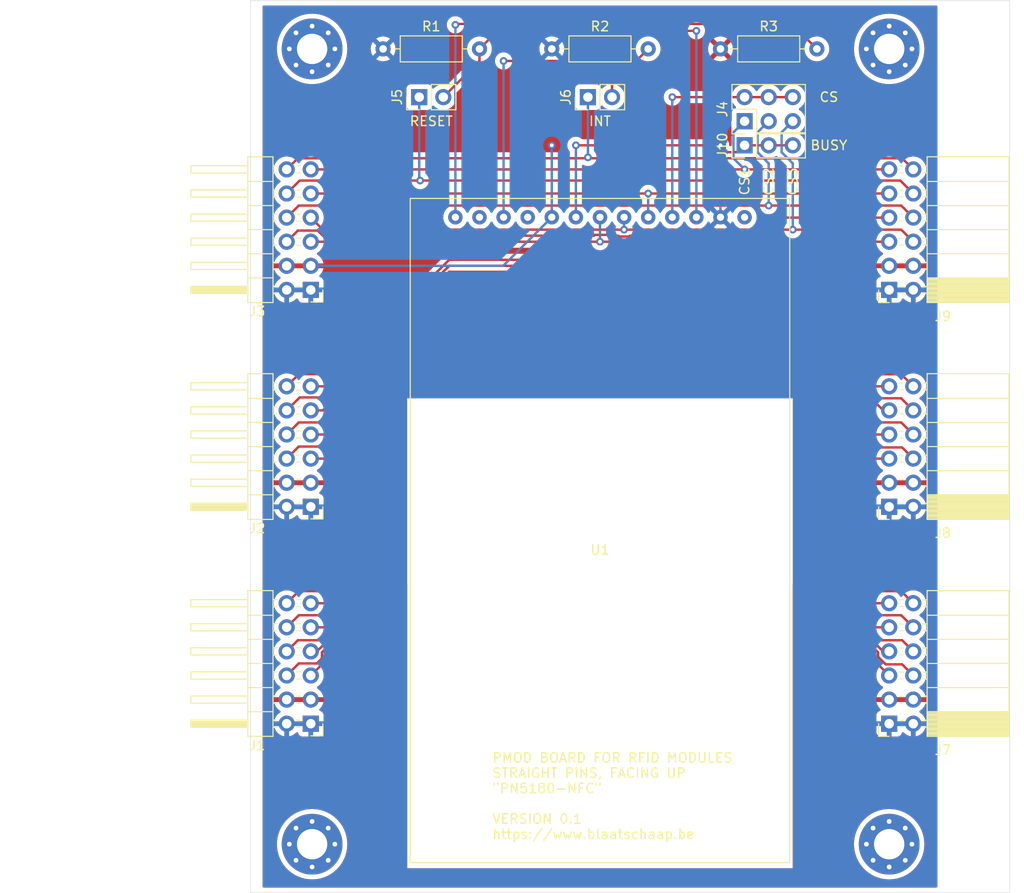
<source format=kicad_pcb>
(kicad_pcb (version 20211014) (generator pcbnew)
  (layers (0 "F.Cu" signal) (31 "B.Cu" signal) (34 "B.Paste" user "B.Plakken") (35 "F.Paste" user "F.Plakken") (36 "B.SilkS" user "B.Silkscreen") (37 "F.SilkS" user "F.Silkscreen") (38 "B.Mask" user) (39 "F.Mask" user "F. masker") (44 "Edge.Cuts" user))
  (net 0 "")
  (net 1 "GND")
  (net 2 "VCC")
  (net 3 "PMOD_UART_INT")
  (net 4 "PMOD_UART_CTS")
  (net 5 "PMOD_UART_RESET")
  (net 6 "PMOD_UART_TXD")
  (net 7 "PMOD_UART_GPIO3")
  (net 8 "PMOD_UART_RXD")
  (net 9 "PMOD_UART_GPIO4")
  (net 10 "PMOD_UART_RTS")
  (net 11 "PMOD_SPI_INT")
  (net 12 "PMOD_SPI_CS")
  (net 13 "PMOD_SPI_RESET")
  (net 14 "PMOD_SPI_MOSI")
  (net 15 "PMOD_SPI_CS2")
  (net 16 "PMOD_SPI_MISO")
  (net 17 "PMOD_SPI_CS3")
  (net 18 "PMOD_SPI_SCK")
  (net 19 "PMOD_I2C_GPIO1")
  (net 20 "PMOD_I2C_INT")
  (net 21 "PMOD_I2C_GPIO2")
  (net 22 "PMOD_I2C_RESET")
  (net 23 "PMOD_I2C_GPIO3")
  (net 24 "PMOD_I2C_SCL")
  (net 25 "PMOD_I2C_GPIO4")
  (net 26 "PMOD_I2C_SDA")
  (net 27 "CS")
  (net 28 "RESET")
  (net 29 "INT")
  (net 30 "AUX2")
  (net 31 "BUSY")
  (footprint "Connector_PinHeader_2.54mm:PinHeader_2x06_P2.54mm_Horizontal" (layer "F.Cu") (at 63.5 119.38 180)
    (fp_text reference "J1" (at 5.655 -2.27) (layer "F.SilkS"))
    (fp_text value "Conn_02x06_Odd_Even")
    (pad "1" thru_hole rect locked (at 0 0 180) (size 1.7 1.7) (drill 1) (layers *.Cu *.Mask) (net 2 "VCC"))
    (pad "2" thru_hole oval locked (at 2.54 0 180) (size 1.7 1.7) (drill 1) (layers *.Cu *.Mask) (net 2 "VCC"))
    (pad "3" thru_hole oval locked (at 0 2.54 180) (size 1.7 1.7) (drill 1) (layers *.Cu *.Mask) (net 1 "GND"))
    (pad "4" thru_hole oval locked (at 2.54 2.54 180) (size 1.7 1.7) (drill 1) (layers *.Cu *.Mask) (net 1 "GND"))
    (pad "5" thru_hole oval locked (at 0 5.08 180) (size 1.7 1.7) (drill 1) (layers *.Cu *.Mask) (net 26 "PMOD_I2C_SDA"))
    (pad "6" thru_hole oval locked (at 2.54 5.08 180) (size 1.7 1.7) (drill 1) (layers *.Cu *.Mask) (net 25 "PMOD_I2C_GPIO4"))
    (pad "7" thru_hole oval locked (at 0 7.62 180) (size 1.7 1.7) (drill 1) (layers *.Cu *.Mask) (net 24 "PMOD_I2C_SCL"))
    (pad "8" thru_hole oval locked (at 2.54 7.62 180) (size 1.7 1.7) (drill 1) (layers *.Cu *.Mask) (net 23 "PMOD_I2C_GPIO3"))
    (pad "9" thru_hole oval locked (at 0 10.16 180) (size 1.7 1.7) (drill 1) (layers *.Cu *.Mask) (net 22 "PMOD_I2C_RESET"))
    (pad "10" thru_hole oval locked (at 2.54 10.16 180) (size 1.7 1.7) (drill 1) (layers *.Cu *.Mask) (net 21 "PMOD_I2C_GPIO2"))
    (pad "11" thru_hole oval locked (at 0 12.7 180) (size 1.7 1.7) (drill 1) (layers *.Cu *.Mask) (net 20 "PMOD_I2C_INT"))
    (pad "12" thru_hole oval locked (at 2.54 12.7 180) (size 1.7 1.7) (drill 1) (layers *.Cu *.Mask) (net 19 "PMOD_I2C_GPIO1"))
  )
  (footprint "Connector_PinHeader_2.54mm:PinHeader_2x06_P2.54mm_Horizontal" (layer "F.Cu") (at 63.5 96.52 180)
    (fp_text reference "J2" (at 5.655 -2.27) (layer "F.SilkS"))
    (fp_text value "Conn_02x06_Odd_Even")
    (pad "1" thru_hole rect locked (at 0 0 180) (size 1.7 1.7) (drill 1) (layers *.Cu *.Mask) (net 2 "VCC"))
    (pad "2" thru_hole oval locked (at 2.54 0 180) (size 1.7 1.7) (drill 1) (layers *.Cu *.Mask) (net 2 "VCC"))
    (pad "3" thru_hole oval locked (at 0 2.54 180) (size 1.7 1.7) (drill 1) (layers *.Cu *.Mask) (net 1 "GND"))
    (pad "4" thru_hole oval locked (at 2.54 2.54 180) (size 1.7 1.7) (drill 1) (layers *.Cu *.Mask) (net 1 "GND"))
    (pad "5" thru_hole oval locked (at 0 5.08 180) (size 1.7 1.7) (drill 1) (layers *.Cu *.Mask) (net 10 "PMOD_UART_RTS"))
    (pad "6" thru_hole oval locked (at 2.54 5.08 180) (size 1.7 1.7) (drill 1) (layers *.Cu *.Mask) (net 9 "PMOD_UART_GPIO4"))
    (pad "7" thru_hole oval locked (at 0 7.62 180) (size 1.7 1.7) (drill 1) (layers *.Cu *.Mask) (net 8 "PMOD_UART_RXD"))
    (pad "8" thru_hole oval locked (at 2.54 7.62 180) (size 1.7 1.7) (drill 1) (layers *.Cu *.Mask) (net 7 "PMOD_UART_GPIO3"))
    (pad "9" thru_hole oval locked (at 0 10.16 180) (size 1.7 1.7) (drill 1) (layers *.Cu *.Mask) (net 6 "PMOD_UART_TXD"))
    (pad "10" thru_hole oval locked (at 2.54 10.16 180) (size 1.7 1.7) (drill 1) (layers *.Cu *.Mask) (net 5 "PMOD_UART_RESET"))
    (pad "11" thru_hole oval locked (at 0 12.7 180) (size 1.7 1.7) (drill 1) (layers *.Cu *.Mask) (net 4 "PMOD_UART_CTS"))
    (pad "12" thru_hole oval locked (at 2.54 12.7 180) (size 1.7 1.7) (drill 1) (layers *.Cu *.Mask) (net 3 "PMOD_UART_INT"))
  )
  (footprint "Connector_PinHeader_2.54mm:PinHeader_2x06_P2.54mm_Horizontal" (layer "F.Cu") (at 63.5 73.66 180)
    (fp_text reference "J3" (at 5.655 -2.27) (layer "F.SilkS"))
    (fp_text value "Conn_02x06_Odd_Even")
    (pad "1" thru_hole rect locked (at 0 0 180) (size 1.7 1.7) (drill 1) (layers *.Cu *.Mask) (net 2 "VCC"))
    (pad "2" thru_hole oval locked (at 2.54 0 180) (size 1.7 1.7) (drill 1) (layers *.Cu *.Mask) (net 2 "VCC"))
    (pad "3" thru_hole oval locked (at 0 2.54 180) (size 1.7 1.7) (drill 1) (layers *.Cu *.Mask) (net 1 "GND"))
    (pad "4" thru_hole oval locked (at 2.54 2.54 180) (size 1.7 1.7) (drill 1) (layers *.Cu *.Mask) (net 1 "GND"))
    (pad "5" thru_hole oval locked (at 0 5.08 180) (size 1.7 1.7) (drill 1) (layers *.Cu *.Mask) (net 18 "PMOD_SPI_SCK"))
    (pad "6" thru_hole oval locked (at 2.54 5.08 180) (size 1.7 1.7) (drill 1) (layers *.Cu *.Mask) (net 17 "PMOD_SPI_CS3"))
    (pad "7" thru_hole oval locked (at 0 7.62 180) (size 1.7 1.7) (drill 1) (layers *.Cu *.Mask) (net 16 "PMOD_SPI_MISO"))
    (pad "8" thru_hole oval locked (at 2.54 7.62 180) (size 1.7 1.7) (drill 1) (layers *.Cu *.Mask) (net 15 "PMOD_SPI_CS2"))
    (pad "9" thru_hole oval locked (at 0 10.16 180) (size 1.7 1.7) (drill 1) (layers *.Cu *.Mask) (net 14 "PMOD_SPI_MOSI"))
    (pad "10" thru_hole oval locked (at 2.54 10.16 180) (size 1.7 1.7) (drill 1) (layers *.Cu *.Mask) (net 13 "PMOD_SPI_RESET"))
    (pad "11" thru_hole oval locked (at 0 12.7 180) (size 1.7 1.7) (drill 1) (layers *.Cu *.Mask) (net 12 "PMOD_SPI_CS"))
    (pad "12" thru_hole oval locked (at 2.54 12.7 180) (size 1.7 1.7) (drill 1) (layers *.Cu *.Mask) (net 11 "PMOD_SPI_INT"))
  )
  (footprint "Connector_PinSocket_2.54mm:PinSocket_2x06_P2.54mm_Horizontal" (layer "F.Cu") (at 124.46 119.38 180)
    (fp_text reference "J7" (at -5.65 -2.77) (layer "F.SilkS"))
    (fp_text value "Conn_02x06_Odd_Even")
    (pad "1" thru_hole rect locked (at 0 0 180) (size 1.7 1.7) (drill 1) (layers *.Cu *.Mask) (net 2 "VCC"))
    (pad "2" thru_hole oval locked (at -2.54 0 180) (size 1.7 1.7) (drill 1) (layers *.Cu *.Mask) (net 2 "VCC"))
    (pad "3" thru_hole oval locked (at 0 2.54 180) (size 1.7 1.7) (drill 1) (layers *.Cu *.Mask) (net 1 "GND"))
    (pad "4" thru_hole oval locked (at -2.54 2.54 180) (size 1.7 1.7) (drill 1) (layers *.Cu *.Mask) (net 1 "GND"))
    (pad "5" thru_hole oval locked (at 0 5.08 180) (size 1.7 1.7) (drill 1) (layers *.Cu *.Mask) (net 26 "PMOD_I2C_SDA"))
    (pad "6" thru_hole oval locked (at -2.54 5.08 180) (size 1.7 1.7) (drill 1) (layers *.Cu *.Mask) (net 25 "PMOD_I2C_GPIO4"))
    (pad "7" thru_hole oval locked (at 0 7.62 180) (size 1.7 1.7) (drill 1) (layers *.Cu *.Mask) (net 24 "PMOD_I2C_SCL"))
    (pad "8" thru_hole oval locked (at -2.54 7.62 180) (size 1.7 1.7) (drill 1) (layers *.Cu *.Mask) (net 23 "PMOD_I2C_GPIO3"))
    (pad "9" thru_hole oval locked (at 0 10.16 180) (size 1.7 1.7) (drill 1) (layers *.Cu *.Mask) (net 22 "PMOD_I2C_RESET"))
    (pad "10" thru_hole oval locked (at -2.54 10.16 180) (size 1.7 1.7) (drill 1) (layers *.Cu *.Mask) (net 21 "PMOD_I2C_GPIO2"))
    (pad "11" thru_hole oval locked (at 0 12.7 180) (size 1.7 1.7) (drill 1) (layers *.Cu *.Mask) (net 20 "PMOD_I2C_INT"))
    (pad "12" thru_hole oval locked (at -2.54 12.7 180) (size 1.7 1.7) (drill 1) (layers *.Cu *.Mask) (net 19 "PMOD_I2C_GPIO1"))
  )
  (footprint "Connector_PinSocket_2.54mm:PinSocket_2x06_P2.54mm_Horizontal" (layer "F.Cu") (at 124.46 96.52 180)
    (fp_text reference "J8" (at -5.65 -2.77) (layer "F.SilkS"))
    (fp_text value "Conn_02x06_Odd_Even")
    (pad "1" thru_hole rect locked (at 0 0 180) (size 1.7 1.7) (drill 1) (layers *.Cu *.Mask) (net 2 "VCC"))
    (pad "2" thru_hole oval locked (at -2.54 0 180) (size 1.7 1.7) (drill 1) (layers *.Cu *.Mask) (net 2 "VCC"))
    (pad "3" thru_hole oval locked (at 0 2.54 180) (size 1.7 1.7) (drill 1) (layers *.Cu *.Mask) (net 1 "GND"))
    (pad "4" thru_hole oval locked (at -2.54 2.54 180) (size 1.7 1.7) (drill 1) (layers *.Cu *.Mask) (net 1 "GND"))
    (pad "5" thru_hole oval locked (at 0 5.08 180) (size 1.7 1.7) (drill 1) (layers *.Cu *.Mask) (net 10 "PMOD_UART_RTS"))
    (pad "6" thru_hole oval locked (at -2.54 5.08 180) (size 1.7 1.7) (drill 1) (layers *.Cu *.Mask) (net 9 "PMOD_UART_GPIO4"))
    (pad "7" thru_hole oval locked (at 0 7.62 180) (size 1.7 1.7) (drill 1) (layers *.Cu *.Mask) (net 8 "PMOD_UART_RXD"))
    (pad "8" thru_hole oval locked (at -2.54 7.62 180) (size 1.7 1.7) (drill 1) (layers *.Cu *.Mask) (net 7 "PMOD_UART_GPIO3"))
    (pad "9" thru_hole oval locked (at 0 10.16 180) (size 1.7 1.7) (drill 1) (layers *.Cu *.Mask) (net 6 "PMOD_UART_TXD"))
    (pad "10" thru_hole oval locked (at -2.54 10.16 180) (size 1.7 1.7) (drill 1) (layers *.Cu *.Mask) (net 5 "PMOD_UART_RESET"))
    (pad "11" thru_hole oval locked (at 0 12.7 180) (size 1.7 1.7) (drill 1) (layers *.Cu *.Mask) (net 4 "PMOD_UART_CTS"))
    (pad "12" thru_hole oval locked (at -2.54 12.7 180) (size 1.7 1.7) (drill 1) (layers *.Cu *.Mask) (net 3 "PMOD_UART_INT"))
  )
  (footprint "Connector_PinSocket_2.54mm:PinSocket_2x06_P2.54mm_Horizontal" (layer "F.Cu") (at 124.46 73.66 180)
    (fp_text reference "J9" (at -5.65 -2.77) (layer "F.SilkS"))
    (fp_text value "Conn_02x06_Odd_Even")
    (pad "1" thru_hole rect locked (at 0 0 180) (size 1.7 1.7) (drill 1) (layers *.Cu *.Mask) (net 2 "VCC"))
    (pad "2" thru_hole oval locked (at -2.54 0 180) (size 1.7 1.7) (drill 1) (layers *.Cu *.Mask) (net 2 "VCC"))
    (pad "3" thru_hole oval locked (at 0 2.54 180) (size 1.7 1.7) (drill 1) (layers *.Cu *.Mask) (net 1 "GND"))
    (pad "4" thru_hole oval locked (at -2.54 2.54 180) (size 1.7 1.7) (drill 1) (layers *.Cu *.Mask) (net 1 "GND"))
    (pad "5" thru_hole oval locked (at 0 5.08 180) (size 1.7 1.7) (drill 1) (layers *.Cu *.Mask) (net 18 "PMOD_SPI_SCK"))
    (pad "6" thru_hole oval locked (at -2.54 5.08 180) (size 1.7 1.7) (drill 1) (layers *.Cu *.Mask) (net 17 "PMOD_SPI_CS3"))
    (pad "7" thru_hole oval locked (at 0 7.62 180) (size 1.7 1.7) (drill 1) (layers *.Cu *.Mask) (net 16 "PMOD_SPI_MISO"))
    (pad "8" thru_hole oval locked (at -2.54 7.62 180) (size 1.7 1.7) (drill 1) (layers *.Cu *.Mask) (net 15 "PMOD_SPI_CS2"))
    (pad "9" thru_hole oval locked (at 0 10.16 180) (size 1.7 1.7) (drill 1) (layers *.Cu *.Mask) (net 14 "PMOD_SPI_MOSI"))
    (pad "10" thru_hole oval locked (at -2.54 10.16 180) (size 1.7 1.7) (drill 1) (layers *.Cu *.Mask) (net 13 "PMOD_SPI_RESET"))
    (pad "11" thru_hole oval locked (at 0 12.7 180) (size 1.7 1.7) (drill 1) (layers *.Cu *.Mask) (net 12 "PMOD_SPI_CS"))
    (pad "12" thru_hole oval locked (at -2.54 12.7 180) (size 1.7 1.7) (drill 1) (layers *.Cu *.Mask) (net 11 "PMOD_SPI_INT"))
  )
  (footprint "MountingHole:MountingHole_3.2mm_M3_Pad_Via" (layer "F.Cu") (at 63.64 48.26)
    (fp_text reference "H1" hide)
    (fp_text value "MountingHole")
    (pad "1" thru_hole circle locked (at 2.4 0) (size 0.8 0.8) (drill 0.5) (layers *.Cu *.Mask))
    (pad "1" thru_hole circle locked (at -1.697056 1.697056) (size 0.8 0.8) (drill 0.5) (layers *.Cu *.Mask))
    (pad "1" thru_hole circle locked (at 0 -2.4) (size 0.8 0.8) (drill 0.5) (layers *.Cu *.Mask))
    (pad "1" thru_hole circle locked (at 1.697056 -1.697056) (size 0.8 0.8) (drill 0.5) (layers *.Cu *.Mask))
    (pad "1" thru_hole circle locked (at 0 2.4) (size 0.8 0.8) (drill 0.5) (layers *.Cu *.Mask))
    (pad "1" thru_hole circle locked (at -2.4 0) (size 0.8 0.8) (drill 0.5) (layers *.Cu *.Mask))
    (pad "1" thru_hole circle locked (at 1.697056 1.697056) (size 0.8 0.8) (drill 0.5) (layers *.Cu *.Mask))
    (pad "1" thru_hole circle locked (at 0 0) (size 6.4 6.4) (drill 3.2) (layers *.Cu *.Mask))
    (pad "1" thru_hole circle locked (at -1.697056 -1.697056) (size 0.8 0.8) (drill 0.5) (layers *.Cu *.Mask))
  )
  (footprint "MountingHole:MountingHole_3.2mm_M3_Pad_Via" (layer "F.Cu") (at 63.64 132.08)
    (fp_text reference "H2" hide)
    (fp_text value "MountingHole")
    (pad "1" thru_hole circle locked (at 0 0) (size 6.4 6.4) (drill 3.2) (layers *.Cu *.Mask))
    (pad "1" thru_hole circle locked (at 0 2.4) (size 0.8 0.8) (drill 0.5) (layers *.Cu *.Mask))
    (pad "1" thru_hole circle locked (at 2.4 0) (size 0.8 0.8) (drill 0.5) (layers *.Cu *.Mask))
    (pad "1" thru_hole circle locked (at 1.697056 1.697056) (size 0.8 0.8) (drill 0.5) (layers *.Cu *.Mask))
    (pad "1" thru_hole circle locked (at -2.4 0) (size 0.8 0.8) (drill 0.5) (layers *.Cu *.Mask))
    (pad "1" thru_hole circle locked (at -1.697056 -1.697056) (size 0.8 0.8) (drill 0.5) (layers *.Cu *.Mask))
    (pad "1" thru_hole circle locked (at 1.697056 -1.697056) (size 0.8 0.8) (drill 0.5) (layers *.Cu *.Mask))
    (pad "1" thru_hole circle locked (at 0 -2.4) (size 0.8 0.8) (drill 0.5) (layers *.Cu *.Mask))
    (pad "1" thru_hole circle locked (at -1.697056 1.697056) (size 0.8 0.8) (drill 0.5) (layers *.Cu *.Mask))
  )
  (footprint "MountingHole:MountingHole_3.2mm_M3_Pad_Via" (layer "F.Cu") (at 124.46 48.26)
    (fp_text reference "H3" hide)
    (fp_text value "MountingHole")
    (pad "1" thru_hole circle locked (at 2.4 0) (size 0.8 0.8) (drill 0.5) (layers *.Cu *.Mask))
    (pad "1" thru_hole circle locked (at 0 0) (size 6.4 6.4) (drill 3.2) (layers *.Cu *.Mask))
    (pad "1" thru_hole circle locked (at 0 -2.4) (size 0.8 0.8) (drill 0.5) (layers *.Cu *.Mask))
    (pad "1" thru_hole circle locked (at -2.4 0) (size 0.8 0.8) (drill 0.5) (layers *.Cu *.Mask))
    (pad "1" thru_hole circle locked (at 1.697056 -1.697056) (size 0.8 0.8) (drill 0.5) (layers *.Cu *.Mask))
    (pad "1" thru_hole circle locked (at 0 2.4) (size 0.8 0.8) (drill 0.5) (layers *.Cu *.Mask))
    (pad "1" thru_hole circle locked (at -1.697056 1.697056) (size 0.8 0.8) (drill 0.5) (layers *.Cu *.Mask))
    (pad "1" thru_hole circle locked (at -1.697056 -1.697056) (size 0.8 0.8) (drill 0.5) (layers *.Cu *.Mask))
    (pad "1" thru_hole circle locked (at 1.697056 1.697056) (size 0.8 0.8) (drill 0.5) (layers *.Cu *.Mask))
  )
  (footprint "MountingHole:MountingHole_3.2mm_M3_Pad_Via" (layer "F.Cu") (at 124.46 132.08)
    (fp_text reference "H4" hide)
    (fp_text value "MountingHole")
    (pad "1" thru_hole circle locked (at -1.697056 1.697056) (size 0.8 0.8) (drill 0.5) (layers *.Cu *.Mask))
    (pad "1" thru_hole circle locked (at -2.4 0) (size 0.8 0.8) (drill 0.5) (layers *.Cu *.Mask))
    (pad "1" thru_hole circle locked (at -1.697056 -1.697056) (size 0.8 0.8) (drill 0.5) (layers *.Cu *.Mask))
    (pad "1" thru_hole circle locked (at 1.697056 -1.697056) (size 0.8 0.8) (drill 0.5) (layers *.Cu *.Mask))
    (pad "1" thru_hole circle locked (at 2.4 0) (size 0.8 0.8) (drill 0.5) (layers *.Cu *.Mask))
    (pad "1" thru_hole circle locked (at 0 2.4) (size 0.8 0.8) (drill 0.5) (layers *.Cu *.Mask))
    (pad "1" thru_hole circle locked (at 0 0) (size 6.4 6.4) (drill 3.2) (layers *.Cu *.Mask))
    (pad "1" thru_hole circle locked (at 1.697056 1.697056) (size 0.8 0.8) (drill 0.5) (layers *.Cu *.Mask))
    (pad "1" thru_hole circle locked (at 0 -2.4) (size 0.8 0.8) (drill 0.5) (layers *.Cu *.Mask))
  )
  (footprint "Resistor_THT:R_Axial_DIN0207_L6.3mm_D2.5mm_P10.16mm_Horizontal" (layer "F.Cu") (at 88.9 48.26)
    (fp_text reference "R2" (at 5.08 -2.37) (layer "F.SilkS"))
    (fp_text value "R_Small")
    (pad "1" thru_hole circle locked (at 0 0) (size 1.6 1.6) (drill 0.8) (layers *.Cu *.Mask) (net 2 "VCC"))
    (pad "2" thru_hole oval locked (at 10.16 0) (size 1.6 1.6) (drill 0.8) (layers *.Cu *.Mask) (net 29 "INT"))
  )
  (footprint "Resistor_THT:R_Axial_DIN0207_L6.3mm_D2.5mm_P10.16mm_Horizontal" (layer "F.Cu") (at 71.12 48.26)
    (fp_text reference "R1" (at 5.08 -2.37) (layer "F.SilkS"))
    (fp_text value "R_Small")
    (pad "1" thru_hole circle locked (at 0 0) (size 1.6 1.6) (drill 0.8) (layers *.Cu *.Mask) (net 2 "VCC"))
    (pad "2" thru_hole oval locked (at 10.16 0) (size 1.6 1.6) (drill 0.8) (layers *.Cu *.Mask) (net 28 "RESET"))
  )
  (footprint "Resistor_THT:R_Axial_DIN0207_L6.3mm_D2.5mm_P10.16mm_Horizontal" (layer "F.Cu") (at 106.68 48.26)
    (fp_text reference "R3" (at 5.08 -2.37) (layer "F.SilkS"))
    (fp_text value "R_Small")
    (pad "1" thru_hole circle (at 0 0) (size 1.6 1.6) (drill 0.8) (layers *.Cu *.Mask) (net 1 "GND"))
    (pad "2" thru_hole oval (at 10.16 0) (size 1.6 1.6) (drill 0.8) (layers *.Cu *.Mask) (net 30 "AUX2"))
  )
  (footprint "AvS_Modules:MOD_RFID-PN5180_STRAIGHT_UP" (layer "F.Cu") (at 93.98 99.02)
    (fp_text reference "U1" (at 0 2.04) (layer "F.SilkS"))
    (fp_text value "MOD_RFID-PN5180")
    (pad "1" thru_hole circle (at -15.24 -33.02) (size 1.524 1.524) (drill 0.762) (layers *.Cu *.Mask) (net 30 "AUX2"))
    (pad "2" thru_hole circle (at -12.7 -33.02) (size 1.524 1.524) (drill 0.762) (layers *.Cu *.Mask))
    (pad "3" thru_hole circle (at -10.16 -33.02) (size 1.524 1.524) (drill 0.762) (layers *.Cu *.Mask) (net 29 "INT"))
    (pad "4" thru_hole circle (at -7.62 -33.02) (size 1.524 1.524) (drill 0.762) (layers *.Cu *.Mask))
    (pad "5" thru_hole circle (at -5.08 -33.02) (size 1.524 1.524) (drill 0.762) (layers *.Cu *.Mask) (net 1 "GND"))
    (pad "6" thru_hole circle (at -2.54 -33.02) (size 1.524 1.524) (drill 0.762) (layers *.Cu *.Mask) (net 31 "BUSY"))
    (pad "7" thru_hole circle (at 0 -33.02) (size 1.524 1.524) (drill 0.762) (layers *.Cu *.Mask) (net 18 "PMOD_SPI_SCK"))
    (pad "8" thru_hole circle (at 2.54 -33.02) (size 1.524 1.524) (drill 0.762) (layers *.Cu *.Mask) (net 16 "PMOD_SPI_MISO"))
    (pad "9" thru_hole circle (at 5.08 -33.02) (size 1.524 1.524) (drill 0.762) (layers *.Cu *.Mask) (net 14 "PMOD_SPI_MOSI"))
    (pad "10" thru_hole circle (at 7.62 -33.02) (size 1.524 1.524) (drill 0.762) (layers *.Cu *.Mask) (net 27 "CS"))
    (pad "11" thru_hole circle (at 10.16 -33.02) (size 1.524 1.524) (drill 0.762) (layers *.Cu *.Mask) (net 28 "RESET"))
    (pad "12" thru_hole circle (at 12.7 -33.02) (size 1.524 1.524) (drill 0.762) (layers *.Cu *.Mask) (net 2 "VCC"))
    (pad "13" thru_hole circle (at 15.24 -33.02) (size 1.524 1.524) (drill 0.762) (layers *.Cu *.Mask))
  )
  (footprint "Connector_PinHeader_2.54mm:PinHeader_1x02_P2.54mm_Vertical" (layer "F.Cu") (at 92.71 53.34 90)
    (fp_text reference "J6" (at 0 -2.33 90) (layer "F.SilkS"))
    (fp_text value "Conn_02x01")
    (pad "1" thru_hole rect (at 0 0 90) (size 1.7 1.7) (drill 1) (layers *.Cu *.Mask) (net 11 "PMOD_SPI_INT"))
    (pad "2" thru_hole oval (at 0 2.54 90) (size 1.7 1.7) (drill 1) (layers *.Cu *.Mask) (net 29 "INT"))
  )
  (footprint "Connector_PinHeader_2.54mm:PinHeader_2x03_P2.54mm_Vertical" (layer "F.Cu") (at 109.22 55.88 90)
    (fp_text reference "J4" (at 1.27 -2.33 90) (layer "F.SilkS"))
    (fp_text value "Conn_02x03_Odd_Even")
    (pad "1" thru_hole rect (at 0 0 90) (size 1.7 1.7) (drill 1) (layers *.Cu *.Mask) (net 12 "PMOD_SPI_CS"))
    (pad "2" thru_hole oval (at 2.54 0 90) (size 1.7 1.7) (drill 1) (layers *.Cu *.Mask) (net 27 "CS"))
    (pad "3" thru_hole oval (at 0 2.54 90) (size 1.7 1.7) (drill 1) (layers *.Cu *.Mask) (net 15 "PMOD_SPI_CS2"))
    (pad "4" thru_hole oval (at 2.54 2.54 90) (size 1.7 1.7) (drill 1) (layers *.Cu *.Mask) (net 27 "CS"))
    (pad "5" thru_hole oval (at 0 5.08 90) (size 1.7 1.7) (drill 1) (layers *.Cu *.Mask) (net 17 "PMOD_SPI_CS3"))
    (pad "6" thru_hole oval (at 2.54 5.08 90) (size 1.7 1.7) (drill 1) (layers *.Cu *.Mask) (net 27 "CS"))
  )
  (footprint "Connector_PinHeader_2.54mm:PinHeader_1x03_P2.54mm_Vertical" (layer "F.Cu") (at 109.22 58.42 90)
    (fp_text reference "J10" (at 0 -2.33 90) (layer "F.SilkS"))
    (fp_text value "Conn_01x03")
    (pad "1" thru_hole rect (at 0 0 90) (size 1.7 1.7) (drill 1) (layers *.Cu *.Mask) (net 31 "BUSY"))
    (pad "2" thru_hole oval (at 0 2.54 90) (size 1.7 1.7) (drill 1) (layers *.Cu *.Mask) (net 31 "BUSY"))
    (pad "3" thru_hole oval (at 0 5.08 90) (size 1.7 1.7) (drill 1) (layers *.Cu *.Mask) (net 31 "BUSY"))
  )
  (footprint "Connector_PinHeader_2.54mm:PinHeader_1x02_P2.54mm_Vertical" (layer "F.Cu") (at 74.93 53.34 90)
    (fp_text reference "J5" (at 0 -2.33 90) (layer "F.SilkS"))
    (fp_text value "Conn_02x01")
    (pad "1" thru_hole rect (at 0 0 90) (size 1.7 1.7) (drill 1) (layers *.Cu *.Mask) (net 13 "PMOD_SPI_RESET"))
    (pad "2" thru_hole oval (at 0 2.54 90) (size 1.7 1.7) (drill 1) (layers *.Cu *.Mask) (net 28 "RESET"))
  )
  (gr_line (start 137.16 137.16) (end 57.15 137.16) (layer "Edge.Cuts") (width 0.05))
  (gr_line (start 57.15 43.18) (end 137.16 43.18) (layer "Edge.Cuts") (width 0.05))
  (gr_line (start 137.16 43.18) (end 137.16 137.16) (layer "Edge.Cuts") (width 0.05))
  (gr_line (start 57.15 43.18) (end 57.15 137.16) (layer "Edge.Cuts") (width 0.05))
  (gr_text "PMOD BOARD FOR RFID MODULES\nSTRAIGHT PINS, FACING UP\n{dblquote}PN5180-NFC{dblquote}\n\nVERSION 0.1\nhttps://www.blaatschaap.be" (at 82.55 127) (layer "F.SilkS") (effects (font (size 1 1)) (justify left)))
  (gr_text "CS" (at 118.11 53.34) (layer "F.SilkS") (effects (font (size 1 1))))
  (gr_text "INT" (at 93.98 55.88) (layer "F.SilkS") (effects (font (size 1 1))))
  (gr_text "CS2" (at 111.76 62.23 90) (layer "F.SilkS") (effects (font (size 1 1))))
  (gr_text "CS3" (at 114.3 62.23 90) (layer "F.SilkS") (effects (font (size 1 1))))
  (gr_text "BUSY" (at 118.11 58.42) (layer "F.SilkS") (effects (font (size 1 1))))
  (gr_text "CS1" (at 109.22 62.23 90) (layer "F.SilkS") (effects (font (size 1 1))))
  (gr_text "RESET" (at 76.2 55.88) (layer "F.SilkS") (effects (font (size 1 1))))
  (segment (start 88.9 58.42) (end 88.9 59.335969) (width 0.25) (layer "F.Cu") (net 1))
  (via (at 88.9 58.42) (size 0.8) (drill 0.4) (layers "F.Cu" "B.Cu") (net 1))
  (segment (start 83.78 71.12) (end 88.9 66) (width 0.25) (layer "B.Cu") (net 1))
  (segment (start 88.9 66) (end 88.9 58.42) (width 0.25) (layer "B.Cu") (net 1))
  (segment (start 63.5 71.12) (end 83.78 71.12) (width 0.25) (layer "B.Cu") (net 1))
  (via (at 106.68 58.42) (size 0.8) (drill 0.4) (layers "F.Cu" "B.Cu") (net 2))
  (segment (start 106.68 66) (end 106.68 58.42) (width 0.25) (layer "B.Cu") (net 2))
  (segment (start 99.02 73.66) (end 63.5 73.66) (width 0.25) (layer "B.Cu") (net 2))
  (segment (start 125.73 82.55) (end 127 83.82) (width 0.25) (layer "F.Cu") (net 3))
  (segment (start 78.08385 70.485) (end 109.855 70.485) (width 0.25) (layer "F.Cu") (net 3))
  (segment (start 109.855 70.485) (end 110.03999 70.66999) (width 0.25) (layer "F.Cu") (net 3))
  (segment (start 62.240575 82.539425) (end 66.029425 82.539425) (width 0.25) (layer "F.Cu") (net 3))
  (segment (start 60.96 83.82) (end 62.240575 82.539425) (width 0.25) (layer "F.Cu") (net 3))
  (segment (start 66.029425 82.539425) (end 78.08385 70.485) (width 0.25) (layer "F.Cu") (net 3))
  (segment (start 121.94115 82.55) (end 125.73 82.55) (width 0.25) (layer "F.Cu") (net 3))
  (segment (start 110.03999 70.66999) (end 110.061141 70.669991) (width 0.25) (layer "F.Cu") (net 3))
  (segment (start 110.061141 70.669991) (end 121.94115 82.55) (width 0.25) (layer "F.Cu") (net 3))
  (segment (start 77.920009 71.304991) (end 77.900269 71.304991) (width 0.25) (layer "F.Cu") (net 4))
  (segment (start 109.87474 71.12) (end 78.105 71.12) (width 0.25) (layer "F.Cu") (net 4))
  (segment (start 122.57474 83.82) (end 109.87474 71.12) (width 0.25) (layer "F.Cu") (net 4))
  (segment (start 65.38526 83.82) (end 63.5 83.82) (width 0.25) (layer "F.Cu") (net 4))
  (segment (start 77.900269 71.304991) (end 65.38526 83.82) (width 0.25) (layer "F.Cu") (net 4))
  (segment (start 78.105 71.12) (end 77.920009 71.304991) (width 0.25) (layer "F.Cu") (net 4))
  (segment (start 124.46 83.82) (end 122.57474 83.82) (width 0.25) (layer "F.Cu") (net 4))
  (segment (start 110.03999 71.93999) (end 110.058321 71.939991) (width 0.25) (layer "F.Cu") (net 5))
  (segment (start 64.846669 84.995001) (end 78.08667 71.755) (width 0.25) (layer "F.Cu") (net 5))
  (segment (start 125.720835 85.080835) (end 127 86.36) (width 0.25) (layer "F.Cu") (net 5))
  (segment (start 78.08667 71.755) (end 109.855 71.755) (width 0.25) (layer "F.Cu") (net 5))
  (segment (start 60.96 86.36) (end 62.324999 84.995001) (width 0.25) (layer "F.Cu") (net 5))
  (segment (start 62.324999 84.995001) (end 64.846669 84.995001) (width 0.25) (layer "F.Cu") (net 5))
  (segment (start 110.058321 71.939991) (end 123.199165 85.080835) (width 0.25) (layer "F.Cu") (net 5))
  (segment (start 109.855 71.755) (end 110.03999 71.93999) (width 0.25) (layer "F.Cu") (net 5))
  (segment (start 123.199165 85.080835) (end 125.720835 85.080835) (width 0.25) (layer "F.Cu") (net 5))
  (segment (start 65.405 85.07308) (end 78.08808 72.39) (width 0.25) (layer "F.Cu") (net 6))
  (segment (start 123.84192 86.36) (end 124.46 86.36) (width 0.25) (layer "F.Cu") (net 6))
  (segment (start 78.08808 72.39) (end 109.87192 72.39) (width 0.25) (layer "F.Cu") (net 6))
  (segment (start 65.405 85.725) (end 65.405 85.07308) (width 0.25) (layer "F.Cu") (net 6))
  (segment (start 109.87192 72.39) (end 123.84192 86.36) (width 0.25) (layer "F.Cu") (net 6))
  (segment (start 63.5 86.36) (end 64.77 86.36) (width 0.25) (layer "F.Cu") (net 6))
  (segment (start 64.77 86.36) (end 65.405 85.725) (width 0.25) (layer "F.Cu") (net 6))
  (segment (start 122.555 87.63) (end 121.92 86.995) (width 0.25) (layer "F.Cu") (net 7))
  (segment (start 77.904499 73.209991) (end 77.920009 73.209991) (width 0.25) (layer "F.Cu") (net 7))
  (segment (start 66.04 85.07449) (end 66.224991 84.889499) (width 0.25) (layer "F.Cu") (net 7))
  (segment (start 77.920009 73.209991) (end 78.105 73.025) (width 0.25) (layer "F.Cu") (net 7))
  (segment (start 121.92 86.995) (end 121.92 85.09) (width 0.25) (layer "F.Cu") (net 7))
  (segment (start 121.92 85.09) (end 121.73501 84.90501) (width 0.25) (layer "F.Cu") (net 7))
  (segment (start 66.224991 84.889499) (end 66.667245 84.447245) (width 0.25) (layer "F.Cu") (net 7))
  (segment (start 78.105 73.025) (end 80.01 73.025) (width 0.25) (layer "F.Cu") (net 7))
  (segment (start 125.73 87.63) (end 122.555 87.63) (width 0.25) (layer "F.Cu") (net 7))
  (segment (start 66.667245 84.447245) (end 77.904499 73.209991) (width 0.25) (layer "F.Cu") (net 7))
  (segment (start 80.01 73.025) (end 80.645 73.025) (width 0.25) (layer "F.Cu") (net 7))
  (segment (start 127 88.9) (end 125.73 87.63) (width 0.25) (layer "F.Cu") (net 7))
  (segment (start 121.735009 84.889499) (end 109.87051 73.025) (width 0.25) (layer "F.Cu") (net 7))
  (segment (start 66.04 86.995) (end 66.04 85.07449) (width 0.25) (layer "F.Cu") (net 7))
  (segment (start 109.87051 73.025) (end 80.01 73.025) (width 0.25) (layer "F.Cu") (net 7))
  (segment (start 65.405 87.63) (end 66.04 86.995) (width 0.25) (layer "F.Cu") (net 7))
  (segment (start 121.73501 84.90501) (end 121.735009 84.889499) (width 0.25) (layer "F.Cu") (net 7))
  (segment (start 60.96 88.9) (end 62.23 87.63) (width 0.25) (layer "F.Cu") (net 7))
  (segment (start 62.23 87.63) (end 65.405 87.63) (width 0.25) (layer "F.Cu") (net 7))
  (segment (start 66.675 88.265) (end 66.675 85.0759) (width 0.25) (layer "F.Cu") (net 8))
  (segment (start 66.675 85.0759) (end 78.0909 73.66) (width 0.25) (layer "F.Cu") (net 8))
  (segment (start 66.04 88.9) (end 66.675 88.265) (width 0.25) (layer "F.Cu") (net 8))
  (segment (start 121.285 85.0759) (end 121.285 88.265) (width 0.25) (layer "F.Cu") (net 8))
  (segment (start 109.855 73.66) (end 110.03999 73.84499) (width 0.25) (layer "F.Cu") (net 8))
  (segment (start 121.92 88.9) (end 124.46 88.9) (width 0.25) (layer "F.Cu") (net 8))
  (segment (start 78.0909 73.66) (end 109.855 73.66) (width 0.25) (layer "F.Cu") (net 8))
  (segment (start 63.5 88.9) (end 66.04 88.9) (width 0.25) (layer "F.Cu") (net 8))
  (segment (start 121.285 88.265) (end 121.92 88.9) (width 0.25) (layer "F.Cu") (net 8))
  (segment (start 110.054091 73.844991) (end 121.285 85.0759) (width 0.25) (layer "F.Cu") (net 8))
  (segment (start 110.03999 73.84499) (end 110.054091 73.844991) (width 0.25) (layer "F.Cu") (net 8))
  (segment (start 120.46501 84.90501) (end 120.465009 84.892319) (width 0.25) (layer "F.Cu") (net 9))
  (segment (start 67.494991 84.892319) (end 67.49499 84.90501) (width 0.25) (layer "F.Cu") (net 9))
  (segment (start 62.23 90.17) (end 60.96 91.44) (width 0.25) (layer "F.Cu") (net 9))
  (segment (start 78.09231 74.295) (end 67.494991 84.892319) (width 0.25) (layer "F.Cu") (net 9))
  (segment (start 120.65 85.09) (end 120.46501 84.90501) (width 0.25) (layer "F.Cu") (net 9))
  (segment (start 120.65 89.535) (end 120.65 85.09) (width 0.25) (layer "F.Cu") (net 9))
  (segment (start 121.379999 90.264999) (end 120.65 89.535) (width 0.25) (layer "F.Cu") (net 9))
  (segment (start 66.675 90.17) (end 62.23 90.17) (width 0.25) (layer "F.Cu") (net 9))
  (segment (start 120.465009 84.892319) (end 109.86769 74.295) (width 0.25) (layer "F.Cu") (net 9))
  (segment (start 67.31 85.09) (end 67.31 89.535) (width 0.25) (layer "F.Cu") (net 9))
  (segment (start 109.86769 74.295) (end 78.09231 74.295) (width 0.25) (layer "F.Cu") (net 9))
  (segment (start 67.49499 84.90501) (end 67.31 85.09) (width 0.25) (layer "F.Cu") (net 9))
  (segment (start 125.824999 90.264999) (end 121.379999 90.264999) (width 0.25) (layer "F.Cu") (net 9))
  (segment (start 127 91.44) (end 125.824999 90.264999) (width 0.25) (layer "F.Cu") (net 9))
  (segment (start 67.31 89.535) (end 66.675 90.17) (width 0.25) (layer "F.Cu") (net 9))
  (segment (start 109.86628 74.93) (end 120.015 85.07872) (width 0.25) (layer "F.Cu") (net 10))
  (segment (start 80.645 74.93) (end 80.01 74.93) (width 0.25) (layer "F.Cu") (net 10))
  (segment (start 80.645 74.93) (end 109.86628 74.93) (width 0.25) (layer "F.Cu") (net 10))
  (segment (start 66.675 91.44) (end 67.945 90.17) (width 0.25) (layer "F.Cu") (net 10))
  (segment (start 120.015 85.07872) (end 120.015 90.805) (width 0.25) (layer "F.Cu") (net 10))
  (segment (start 78.09372 74.93) (end 80.645 74.93) (width 0.25) (layer "F.Cu") (net 10))
  (segment (start 67.945 85.07872) (end 78.09372 74.93) (width 0.25) (layer "F.Cu") (net 10))
  (segment (start 120.65 91.44) (end 124.46 91.44) (width 0.25) (layer "F.Cu") (net 10))
  (segment (start 120.015 90.805) (end 120.65 91.44) (width 0.25) (layer "F.Cu") (net 10))
  (segment (start 63.5 91.44) (end 66.675 91.44) (width 0.25) (layer "F.Cu") (net 10))
  (segment (start 67.945 90.17) (end 67.945 85.07872) (width 0.25) (layer "F.Cu") (net 10))
  (segment (start 60.96 60.96) (end 62.134511 59.785489) (width 0.25) (layer "F.Cu") (net 11))
  (segment (start 125.825489 59.785489) (end 127 60.96) (width 0.25) (layer "F.Cu") (net 11))
  (segment (start 62.134511 59.785489) (end 125.825489 59.785489) (width 0.25) (layer "F.Cu") (net 11))
  (via (at 92.71 59.69) (size 0.8) (drill 0.4) (layers "F.Cu" "B.Cu") (net 11))
  (segment (start 92.71 53.34) (end 92.71 59.69) (width 0.25) (layer "B.Cu") (net 11))
  (segment (start 63.5 60.96) (end 80.01 60.96) (width 0.25) (layer "F.Cu") (net 12))
  (segment (start 109.22 60.96) (end 124.46 60.96) (width 0.25) (layer "F.Cu") (net 12))
  (segment (start 80.01 60.96) (end 109.22 60.96) (width 0.25) (layer "F.Cu") (net 12))
  (via (at 109.22 60.96) (size 0.8) (drill 0.4) (layers "F.Cu" "B.Cu") (net 12))
  (segment (start 109.22 60.96) (end 108.045489 59.785489) (width 0.25) (layer "B.Cu") (net 12))
  (segment (start 108.045489 57.054511) (end 109.22 55.88) (width 0.25) (layer "B.Cu") (net 12))
  (segment (start 108.045489 59.785489) (end 108.045489 57.054511) (width 0.25) (layer "B.Cu") (net 12))
  (segment (start 108.045489 62.134511) (end 125.634511 62.134511) (width 0.25) (layer "F.Cu") (net 13))
  (segment (start 62.325489 62.134511) (end 75.025489 62.134511) (width 0.25) (layer "F.Cu") (net 13))
  (segment (start 125.634511 62.134511) (end 127 63.5) (width 0.25) (layer "F.Cu") (net 13))
  (segment (start 60.96 63.5) (end 62.325489 62.134511) (width 0.25) (layer "F.Cu") (net 13))
  (segment (start 75.025489 62.134511) (end 108.045489 62.134511) (width 0.25) (layer "F.Cu") (net 13))
  (via (at 75.025489 62.134511) (size 0.8) (drill 0.4) (layers "F.Cu" "B.Cu") (net 13))
  (segment (start 74.93 53.34) (end 74.93 62.039022) (width 0.25) (layer "B.Cu") (net 13))
  (segment (start 74.93 62.039022) (end 75.025489 62.134511) (width 0.25) (layer "B.Cu") (net 13))
  (segment (start 99.06 63.5) (end 124.46 63.5) (width 0.25) (layer "F.Cu") (net 14))
  (segment (start 63.5 63.5) (end 99.06 63.5) (width 0.25) (layer "F.Cu") (net 14))
  (via (at 99.06 63.5) (size 0.8) (drill 0.4) (layers "F.Cu" "B.Cu") (net 14))
  (segment (start 99.06 66) (end 99.06 63.5) (width 0.25) (layer "B.Cu") (net 14))
  (segment (start 111.76 64.77) (end 125.73 64.77) (width 0.25) (layer "F.Cu") (net 15))
  (segment (start 125.73 64.77) (end 127 66.04) (width 0.25) (layer "F.Cu") (net 15))
  (segment (start 62.23 64.77) (end 60.96 66.04) (width 0.25) (layer "F.Cu") (net 15))
  (segment (start 111.76 64.77) (end 62.23 64.77) (width 0.25) (layer "F.Cu") (net 15))
  (via (at 111.76 64.77) (size 0.8) (drill 0.4) (layers "F.Cu" "B.Cu") (net 15))
  (segment (start 111.76 60.325) (end 111.76 64.77) (width 0.25) (layer "B.Cu") (net 15))
  (segment (start 111.76 55.88) (end 110.585489 57.054511) (width 0.25) (layer "B.Cu") (net 15))
  (segment (start 110.585489 59.150489) (end 111.76 60.325) (width 0.25) (layer "B.Cu") (net 15))
  (segment (start 110.585489 57.054511) (end 110.585489 59.150489) (width 0.25) (layer "B.Cu") (net 15))
  (segment (start 111.76 66.04) (end 110.49 67.31) (width 0.25) (layer "F.Cu") (net 16))
  (segment (start 124.46 66.04) (end 111.76 66.04) (width 0.25) (layer "F.Cu") (net 16))
  (segment (start 110.49 67.31) (end 96.52 67.31) (width 0.25) (layer "F.Cu") (net 16))
  (segment (start 64.77 67.31) (end 63.5 66.04) (width 0.25) (layer "F.Cu") (net 16))
  (segment (start 96.52 67.31) (end 64.77 67.31) (width 0.25) (layer "F.Cu") (net 16))
  (via (at 96.52 67.31) (size 0.8) (drill 0.4) (layers "F.Cu" "B.Cu") (net 16))
  (segment (start 96.52 66) (end 96.52 67.31) (width 0.25) (layer "B.Cu") (net 16))
  (segment (start 64.769282 67.945) (end 64.229771 67.405489) (width 0.25) (layer "F.Cu") (net 17))
  (segment (start 93.434511 67.855489) (end 93.345 67.945) (width 0.25) (layer "F.Cu") (net 17))
  (segment (start 95.885 67.945) (end 95.25 67.945) (width 0.25) (layer "F.Cu") (net 17))
  (segment (start 111.76 67.31) (end 111.125 67.945) (width 0.25) (layer "F.Cu") (net 17))
  (segment (start 95.160489 67.855489) (end 93.434511 67.855489) (width 0.25) (layer "F.Cu") (net 17))
  (segment (start 97.155 67.945) (end 97.065489 68.034511) (width 0.25) (layer "F.Cu") (net 17))
  (segment (start 110.49 67.945) (end 97.155 67.945) (width 0.25) (layer "F.Cu") (net 17))
  (segment (start 93.345 67.945) (end 64.769282 67.945) (width 0.25) (layer "F.Cu") (net 17))
  (segment (start 127 68.58) (end 125.73 67.31) (width 0.25) (layer "F.Cu") (net 17))
  (segment (start 125.73 67.31) (end 114.3 67.31) (width 0.25) (layer "F.Cu") (net 17))
  (segment (start 111.125 67.945) (end 110.49 67.945) (width 0.25) (layer "F.Cu") (net 17))
  (segment (start 97.065489 68.034511) (end 95.974511 68.034511) (width 0.25) (layer "F.Cu") (net 17))
  (segment (start 95.974511 68.034511) (end 95.885 67.945) (width 0.25) (layer "F.Cu") (net 17))
  (segment (start 64.229771 67.405489) (end 62.134511 67.405489) (width 0.25) (layer "F.Cu") (net 17))
  (segment (start 95.25 67.945) (end 95.160489 67.855489) (width 0.25) (layer "F.Cu") (net 17))
  (segment (start 114.3 67.31) (end 111.76 67.31) (width 0.25) (layer "F.Cu") (net 17))
  (segment (start 62.134511 67.405489) (end 60.96 68.58) (width 0.25) (layer "F.Cu") (net 17))
  (segment (start 110.49 67.945) (end 109.855 67.945) (width 0.25) (layer "F.Cu") (net 17))
  (via (at 114.3 67.31) (size 0.8) (drill 0.4) (layers "F.Cu" "B.Cu") (net 17))
  (segment (start 114.3 55.88) (end 113.125489 57.054511) (width 0.25) (layer "B.Cu") (net 17))
  (segment (start 113.125489 57.054511) (end 113.125489 59.150489) (width 0.25) (layer "B.Cu") (net 17))
  (segment (start 114.3 60.325) (end 114.3 67.31) (width 0.25) (layer "B.Cu") (net 17))
  (segment (start 113.125489 59.150489) (end 114.3 60.325) (width 0.25) (layer "B.Cu") (net 17))
  (segment (start 63.5 68.58) (end 96.52 68.58) (width 0.25) (layer "F.Cu") (net 18))
  (segment (start 99.06 68.58) (end 124.46 68.58) (width 0.25) (layer "F.Cu") (net 18))
  (segment (start 96.52 68.58) (end 99.06 68.58) (width 0.25) (layer "F.Cu") (net 18))
  (via (at 93.98 68.58) (size 0.8) (drill 0.4) (layers "F.Cu" "B.Cu") (net 18))
  (segment (start 93.98 66) (end 93.98 68.58) (width 0.25) (layer "B.Cu") (net 18))
  (segment (start 68.58 104.13718) (end 68.58 85.08013) (width 0.25) (layer "F.Cu") (net 19))
  (segment (start 60.96 106.68) (end 62.23 105.41) (width 0.25) (layer "F.Cu") (net 19))
  (segment (start 119.195715 84.895845) (end 114.622435 80.322565) (width 0.25) (layer "F.Cu") (net 19))
  (segment (start 114.622435 80.322565) (end 114.49486 80.19499) (width 0.25) (layer "F.Cu") (net 19))
  (segment (start 67.30718 105.41) (end 68.58 104.13718) (width 0.25) (layer "F.Cu") (net 19))
  (segment (start 120.65141 105.40859) (end 119.38 104.13718) (width 0.25) (layer "F.Cu") (net 19))
  (segment (start 119.38 104.13718) (end 119.38 102.87) (width 0.25) (layer "F.Cu") (net 19))
  (segment (start 119.38 85.09) (end 119.38 85.08013) (width 0.25) (layer "F.Cu") (net 19))
  (segment (start 119.38 102.87) (end 119.38 85.09) (width 0.25) (layer "F.Cu") (net 19))
  (segment (start 73.65013 80.01) (end 114.30987 80.01) (width 0.25) (layer "F.Cu") (net 19))
  (segment (start 114.30987 80.01) (end 114.622435 80.322565) (width 0.25) (layer "F.Cu") (net 19))
  (segment (start 125.72859 105.40859) (end 120.65141 105.40859) (width 0.25) (layer "F.Cu") (net 19))
  (segment (start 127 106.68) (end 125.72859 105.40859) (width 0.25) (layer "F.Cu") (net 19))
  (segment (start 68.58 85.08013) (end 73.65013 80.01) (width 0.25) (layer "F.Cu") (net 19))
  (segment (start 62.23 105.41) (end 67.30718 105.41) (width 0.25) (layer "F.Cu") (net 19))
  (segment (start 119.38 85.08013) (end 114.49486 80.19499) (width 0.25) (layer "F.Cu") (net 19))
  (segment (start 69.399991 84.896549) (end 69.39999 84.90501) (width 0.25) (layer "F.Cu") (net 20))
  (segment (start 69.39999 84.90501) (end 69.215 85.09) (width 0.25) (layer "F.Cu") (net 20))
  (segment (start 118.560009 84.896549) (end 114.30846 80.645) (width 0.25) (layer "F.Cu") (net 20))
  (segment (start 118.745705 104.139295) (end 118.745705 85.090705) (width 0.25) (layer "F.Cu") (net 20))
  (segment (start 67.30859 106.045) (end 67.30718 106.045) (width 0.25) (layer "F.Cu") (net 20))
  (segment (start 69.215 85.09) (end 69.215 104.13859) (width 0.25) (layer "F.Cu") (net 20))
  (segment (start 66.67218 106.68) (end 63.5 106.68) (width 0.25) (layer "F.Cu") (net 20))
  (segment (start 118.745705 104.139295) (end 118.745 104.13859) (width 0.25) (layer "F.Cu") (net 20))
  (segment (start 69.215 104.13859) (end 67.30859 106.045) (width 0.25) (layer "F.Cu") (net 20))
  (segment (start 114.30846 80.645) (end 73.65154 80.645) (width 0.25) (layer "F.Cu") (net 20))
  (segment (start 124.46 106.68) (end 121.28641 106.68) (width 0.25) (layer "F.Cu") (net 20))
  (segment (start 67.30718 106.045) (end 66.67218 106.68) (width 0.25) (layer "F.Cu") (net 20))
  (segment (start 121.28641 106.68) (end 118.745705 104.139295) (width 0.25) (layer "F.Cu") (net 20))
  (segment (start 118.56001 84.90501) (end 118.560009 84.896549) (width 0.25) (layer "F.Cu") (net 20))
  (segment (start 118.745705 85.090705) (end 118.56001 84.90501) (width 0.25) (layer "F.Cu") (net 20))
  (segment (start 73.65154 80.645) (end 69.399991 84.896549) (width 0.25) (layer "F.Cu") (net 20))
  (segment (start 114.30705 81.28) (end 118.11 85.08295) (width 0.25) (layer "F.Cu") (net 21))
  (segment (start 67.310001 106.679999) (end 69.85 104.14) (width 0.25) (layer "F.Cu") (net 21))
  (segment (start 118.11 104.14) (end 118.11 102.87) (width 0.25) (layer "F.Cu") (net 21))
  (segment (start 121.92 107.95) (end 118.11 104.14) (width 0.25) (layer "F.Cu") (net 21))
  (segment (start 125.73 107.95) (end 121.92 107.95) (width 0.25) (layer "F.Cu") (net 21))
  (segment (start 66.039295 107.949295) (end 66.674295 107.314295) (width 0.25) (layer "F.Cu") (net 21))
  (segment (start 74.295 81.28) (end 114.3 81.28) (width 0.25) (layer "F.Cu") (net 21))
  (segment (start 69.85 104.14) (end 69.85 86.36) (width 0.25) (layer "F.Cu") (net 21))
  (segment (start 62.230705 107.949295) (end 66.039295 107.949295) (width 0.25) (layer "F.Cu") (net 21))
  (segment (start 67.308591 106.679999) (end 67.310001 106.679999) (width 0.25) (layer "F.Cu") (net 21))
  (segment (start 69.85 85.09) (end 69.85 85.08295) (width 0.25) (layer "F.Cu") (net 21))
  (segment (start 66.674295 107.314295) (end 67.308591 106.679999) (width 0.25) (layer "F.Cu") (net 21))
  (segment (start 114.3 81.28) (end 114.30705 81.28) (width 0.25) (layer "F.Cu") (net 21))
  (segment (start 73.65295 81.28) (end 74.295 81.28) (width 0.25) (layer "F.Cu") (net 21))
  (segment (start 118.11 85.08295) (end 118.11 103.505) (width 0.25) (layer "F.Cu") (net 21))
  (segment (start 69.85 86.36) (end 69.85 85.09) (width 0.25) (layer "F.Cu") (net 21))
  (segment (start 69.85 85.08295) (end 73.65295 81.28) (width 0.25) (layer "F.Cu") (net 21))
  (segment (start 60.96 109.22) (end 62.230705 107.949295) (width 0.25) (layer "F.Cu") (net 21))
  (segment (start 127 109.22) (end 125.73 107.95) (width 0.25) (layer "F.Cu") (net 21))
  (segment (start 67.499221 107.130009) (end 67.494991 107.130009) (width 0.25) (layer "F.Cu") (net 22))
  (segment (start 114.3 81.915) (end 73.65436 81.915) (width 0.25) (layer "F.Cu") (net 22))
  (segment (start 73.65436 81.915) (end 70.485 85.08436) (width 0.25) (layer "F.Cu") (net 22))
  (segment (start 67.494991 107.130009) (end 65.405 109.22) (width 0.25) (layer "F.Cu") (net 22))
  (segment (start 117.475 85.08436) (end 114.490631 82.099991) (width 0.25) (layer "F.Cu") (net 22))
  (segment (start 117.475 104.14141) (end 117.475 85.08436) (width 0.25) (layer "F.Cu") (net 22))
  (segment (start 70.485 104.14) (end 70.30001 104.32499) (width 0.25) (layer "F.Cu") (net 22))
  (segment (start 70.300009 104.329221) (end 67.499221 107.130009) (width 0.25) (layer "F.Cu") (net 22))
  (segment (start 122.55359 109.22) (end 117.475 104.14141) (width 0.25) (layer "F.Cu") (net 22))
  (segment (start 70.485 85.08436) (end 70.485 104.14) (width 0.25) (layer "F.Cu") (net 22))
  (segment (start 65.405 109.22) (end 63.5 109.22) (width 0.25) (layer "F.Cu") (net 22))
  (segment (start 124.46 109.22) (end 122.55359 109.22) (width 0.25) (layer "F.Cu") (net 22))
  (segment (start 70.30001 104.32499) (end 70.300009 104.329221) (width 0.25) (layer "F.Cu") (net 22))
  (segment (start 114.48499 82.09999) (end 114.3 81.915) (width 0.25) (layer "F.Cu") (net 22))
  (segment (start 114.490631 82.099991) (end 114.48499 82.09999) (width 0.25) (layer "F.Cu") (net 22))
  (segment (start 64.676411 110.584999) (end 67.681392 107.580018) (width 0.25) (layer "F.Cu") (net 23))
  (segment (start 125.824999 110.584999) (end 127 111.76) (width 0.25) (layer "F.Cu") (net 23))
  (segment (start 71.12 85.09) (end 71.30499 84.90501) (width 0.25) (layer "F.Cu") (net 23))
  (segment (start 67.681392 107.580018) (end 67.685622 107.580018) (width 0.25) (layer "F.Cu") (net 23))
  (segment (start 73.65577 82.55) (end 114.30423 82.55) (width 0.25) (layer "F.Cu") (net 23))
  (segment (start 67.685622 107.580018) (end 71.12 104.14564) (width 0.25) (layer "F.Cu") (net 23))
  (segment (start 71.12 104.14564) (end 71.12 85.09) (width 0.25) (layer "F.Cu") (net 23))
  (segment (start 123.282179 110.584999) (end 125.824999 110.584999) (width 0.25) (layer "F.Cu") (net 23))
  (segment (start 71.304991 84.900779) (end 73.65577 82.55) (width 0.25) (layer "F.Cu") (net 23))
  (segment (start 116.84 85.08577) (end 116.84 104.14282) (width 0.25) (layer "F.Cu") (net 23))
  (segment (start 62.135001 110.584999) (end 64.676411 110.584999) (width 0.25) (layer "F.Cu") (net 23))
  (segment (start 114.30423 82.55) (end 116.84 85.08577) (width 0.25) (layer "F.Cu") (net 23))
  (segment (start 116.84 104.14282) (end 123.282179 110.584999) (width 0.25) (layer "F.Cu") (net 23))
  (segment (start 71.30499 84.90501) (end 71.304991 84.900779) (width 0.25) (layer "F.Cu") (net 23))
  (segment (start 60.96 111.76) (end 62.135001 110.584999) (width 0.25) (layer "F.Cu") (net 23))
  (segment (start 116.205 85.08718) (end 114.487811 83.369991) (width 0.25) (layer "F.Cu") (net 24))
  (segment (start 71.755 104.14) (end 71.57001 104.32499) (width 0.25) (layer "F.Cu") (net 24))
  (segment (start 71.755 85.08718) (end 71.755 104.14) (width 0.25) (layer "F.Cu") (net 24))
  (segment (start 73.65718 83.185) (end 71.755 85.08718) (width 0.25) (layer "F.Cu") (net 24))
  (segment (start 114.48499 83.36999) (end 114.3 83.185) (width 0.25) (layer "F.Cu") (net 24))
  (segment (start 71.57001 104.32499) (end 71.570009 104.332041) (width 0.25) (layer "F.Cu") (net 24))
  (segment (start 124.46 111.76) (end 123.82077 111.76) (width 0.25) (layer "F.Cu") (net 24))
  (segment (start 116.205 104.14) (end 116.205 85.08718) (width 0.25) (layer "F.Cu") (net 24))
  (segment (start 123.82077 111.76) (end 116.389991 104.329221) (width 0.25) (layer "F.Cu") (net 24))
  (segment (start 116.38999 104.32499) (end 116.205 104.14) (width 0.25) (layer "F.Cu") (net 24))
  (segment (start 71.570009 104.332041) (end 64.14205 111.76) (width 0.25) (layer "F.Cu") (net 24))
  (segment (start 64.14205 111.76) (end 63.5 111.76) (width 0.25) (layer "F.Cu") (net 24))
  (segment (start 114.3 83.185) (end 73.65718 83.185) (width 0.25) (layer "F.Cu") (net 24))
  (segment (start 116.389991 104.329221) (end 116.38999 104.32499) (width 0.25) (layer "F.Cu") (net 24))
  (segment (start 114.487811 83.369991) (end 114.48499 83.36999) (width 0.25) (layer "F.Cu") (net 24))
  (segment (start 72.57499 84.90501) (end 72.39 85.09) (width 0.25) (layer "F.Cu") (net 25))
  (segment (start 64.14064 113.02436) (end 64.14064 113.03) (width 0.25) (layer "F.Cu") (net 25))
  (segment (start 114.30141 83.82) (end 73.65859 83.82) (width 0.25) (layer "F.Cu") (net 25))
  (segment (start 115.57 85.08859) (end 114.30141 83.82) (width 0.25) (layer "F.Cu") (net 25))
  (segment (start 124.085997 113.124999) (end 123.284999 112.324001) (width 0.25) (layer "F.Cu") (net 25))
  (segment (start 115.57 104.14564) (end 115.57 85.08859) (width 0.25) (layer "F.Cu") (net 25))
  (segment (start 72.574991 84.903599) (end 72.57499 84.90501) (width 0.25) (layer "F.Cu") (net 25))
  (segment (start 72.39 85.09) (end 72.39 104.14846) (width 0.25) (layer "F.Cu") (net 25))
  (segment (start 64.675001 111.863459) (end 64.675001 112.489999) (width 0.25) (layer "F.Cu") (net 25))
  (segment (start 64.675001 112.489999) (end 64.14064 113.02436) (width 0.25) (layer "F.Cu") (net 25))
  (segment (start 127 114.3) (end 125.824999 113.124999) (width 0.25) (layer "F.Cu") (net 25))
  (segment (start 123.284999 112.324001) (end 123.284999 111.860639) (width 0.25) (layer "F.Cu") (net 25))
  (segment (start 73.65859 83.82) (end 72.574991 84.903599) (width 0.25) (layer "F.Cu") (net 25))
  (segment (start 125.824999 113.124999) (end 124.085997 113.124999) (width 0.25) (layer "F.Cu") (net 25))
  (segment (start 72.39 104.14846) (end 64.675001 111.863459) (width 0.25) (layer "F.Cu") (net 25))
  (segment (start 123.284999 111.860639) (end 115.57 104.14564) (width 0.25) (layer "F.Cu") (net 25))
  (segment (start 62.23 113.03) (end 60.96 114.3) (width 0.25) (layer "F.Cu") (net 25))
  (segment (start 64.14064 113.03) (end 62.23 113.03) (width 0.25) (layer "F.Cu") (net 25))
  (segment (start 72.840009 104.334861) (end 65.125011 112.049859) (width 0.25) (layer "F.Cu") (net 26))
  (segment (start 114.935 85.09) (end 114.935 104.14) (width 0.25) (layer "F.Cu") (net 26))
  (segment (start 115.119991 104.332041) (end 122.834989 112.047039) (width 0.25) (layer "F.Cu") (net 26))
  (segment (start 65.125011 112.049859) (end 65.125011 112.682039) (width 0.25) (layer "F.Cu") (net 26))
  (segment (start 114.935 104.14) (end 115.11999 104.32499) (width 0.25) (layer "F.Cu") (net 26))
  (segment (start 73.66 84.455) (end 74.93 84.455) (width 0.25) (layer "F.Cu") (net 26))
  (segment (start 74.93 84.455) (end 75.565 84.455) (width 0.25) (layer "F.Cu") (net 26))
  (segment (start 65.125011 112.682039) (end 63.50705 114.3) (width 0.25) (layer "F.Cu") (net 26))
  (segment (start 122.834989 112.674989) (end 124.46 114.3) (width 0.25) (layer "F.Cu") (net 26))
  (segment (start 74.93 84.455) (end 114.3 84.455) (width 0.25) (layer "F.Cu") (net 26))
  (segment (start 72.84001 104.32499) (end 72.840009 104.334861) (width 0.25) (layer "F.Cu") (net 26))
  (segment (start 73.025 85.265364) (end 73.025 85.09) (width 0.25) (layer "F.Cu") (net 26))
  (segment (start 73.025 85.09) (end 73.66 84.455) (width 0.25) (layer "F.Cu") (net 26))
  (segment (start 115.11999 104.32499) (end 115.119991 104.332041) (width 0.25) (layer "F.Cu") (net 26))
  (segment (start 114.3 84.455) (end 114.935 85.09) (width 0.25) (layer "F.Cu") (net 26))
  (segment (start 73.025 85.09) (end 73.025 104.14) (width 0.25) (layer "F.Cu") (net 26))
  (segment (start 122.834989 112.047039) (end 122.834989 112.674989) (width 0.25) (layer "F.Cu") (net 26))
  (segment (start 73.025 104.14) (end 72.84001 104.32499) (width 0.25) (layer "F.Cu") (net 26))
  (segment (start 63.50705 114.3) (end 63.5 114.3) (width 0.25) (layer "F.Cu") (net 26))
  (segment (start 101.6 53.34) (end 114.3 53.34) (width 0.25) (layer "F.Cu") (net 27))
  (via (at 101.6 53.34) (size 0.8) (drill 0.4) (layers "F.Cu" "B.Cu") (net 27))
  (segment (start 101.6 66) (end 101.6 53.34) (width 0.25) (layer "B.Cu") (net 27))
  (segment (start 81.28 49.53) (end 81.28 48.26) (width 0.25) (layer "F.Cu") (net 28))
  (segment (start 77.47 53.34) (end 81.28 49.53) (width 0.25) (layer "F.Cu") (net 28))
  (segment (start 83.185 46.355) (end 81.28 48.26) (width 0.25) (layer "F.Cu") (net 28))
  (segment (start 104.14 46.355) (end 83.185 46.355) (width 0.25) (layer "F.Cu") (net 28))
  (via (at 104.14 46.355) (size 0.8) (drill 0.4) (layers "F.Cu" "B.Cu") (net 28))
  (segment (start 104.14 66) (end 104.14 46.355) (width 0.25) (layer "B.Cu") (net 28))
  (segment (start 95.25 53.34) (end 95.25 52.07) (width 0.25) (layer "F.Cu") (net 29))
  (segment (start 83.82 49.53) (end 97.79 49.53) (width 0.25) (layer "F.Cu") (net 29))
  (segment (start 95.25 52.07) (end 97.79 49.53) (width 0.25) (layer "F.Cu") (net 29))
  (segment (start 97.79 49.53) (end 99.06 48.26) (width 0.25) (layer "F.Cu") (net 29))
  (via (at 83.82 49.53) (size 0.8) (drill 0.4) (layers "F.Cu" "B.Cu") (net 29))
  (segment (start 83.82 66) (end 83.82 49.53) (width 0.25) (layer "B.Cu") (net 29))
  (segment (start 114.210489 45.630489) (end 116.84 48.26) (width 0.25) (layer "F.Cu") (net 30))
  (segment (start 78.74 45.72) (end 78.829511 45.630489) (width 0.25) (layer "F.Cu") (net 30))
  (segment (start 78.829511 45.630489) (end 114.210489 45.630489) (width 0.25) (layer "F.Cu") (net 30))
  (via (at 78.74 45.72) (size 0.8) (drill 0.4) (layers "F.Cu" "B.Cu") (net 30))
  (segment (start 78.74 66) (end 78.74 45.72) (width 0.25) (layer "B.Cu") (net 30))
  (segment (start 104.775 58.42) (end 91.44 58.42) (width 0.25) (layer "F.Cu") (net 31))
  (segment (start 114.3 58.42) (end 109.22 58.42) (width 0.25) (layer "F.Cu") (net 31))
  (segment (start 108.495489 59.144511) (end 105.499511 59.144511) (width 0.25) (layer "F.Cu") (net 31))
  (segment (start 105.499511 59.144511) (end 104.775 58.42) (width 0.25) (layer "F.Cu") (net 31))
  (segment (start 109.22 58.42) (end 108.495489 59.144511) (width 0.25) (layer "F.Cu") (net 31))
  (via (at 91.44 58.42) (size 0.8) (drill 0.4) (layers "F.Cu" "B.Cu") (net 31))
  (segment (start 91.44 58.42) (end 91.44 66) (width 0.25) (layer "B.Cu") (net 31))
  (zone (net 0) (net_name "") (layers F&B.Cu) (connect_pads (clearance 0)) (min_thickness 0.254)
    (keepout (tracks not_allowed) (vias not_allowed) (pads allowed) (copperpour not_allowed) (footprints allowed))
    (fill (thermal_gap 0.508) (thermal_bridge_width 0.508))
    (polygon (pts (xy 114.3 134.62) (xy 73.66 134.62) (xy 73.66 85.09) (xy 114.3 85.09)))
  )
  (zone (net 1) (net_name "GND") (layer "F.Cu") (connect_pads (clearance 0.508)) (min_thickness 0.254) (fill yes (thermal_gap 0.508) (thermal_bridge_width 0.508))
    (polygon (pts (xy 129.54 137.16) (xy 58.42 137.16) (xy 58.42 43.18) (xy 129.54 43.18)))
  )
  (zone (net 2) (net_name "VCC") (layer "B.Cu") (connect_pads (clearance 0.508)) (min_thickness 0.254) (fill yes (thermal_gap 0.508) (thermal_bridge_width 0.508))
    (polygon (pts (xy 129.54 137.16) (xy 58.42 137.16) (xy 58.42 43.18) (xy 129.54 43.18)))
  )
)
</source>
